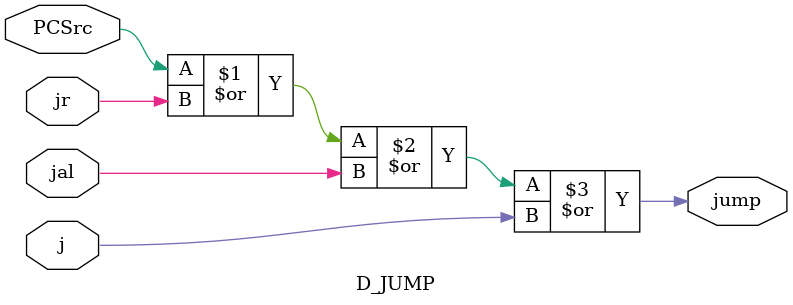
<source format=v>
`timescale 1ns / 1ps
module D_JUMP(
    input wire PCSrc,
    input wire j,
    input wire jr,
    input wire jal,
    output wire jump
);


assign jump = (PCSrc | jr | jal | j);

endmodule
`default_nettype none
</source>
